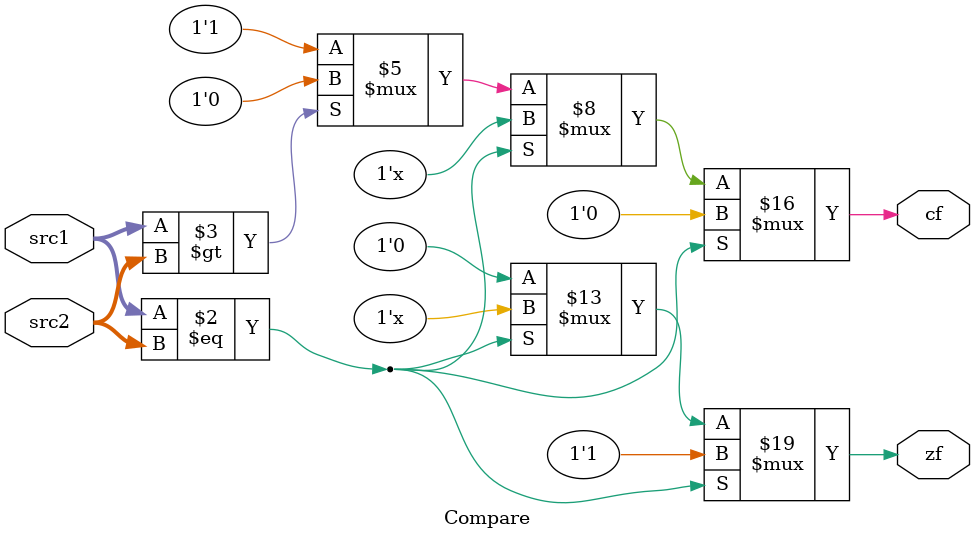
<source format=v>
`timescale 1ns/1ns
module Compare(
	input [15:0]src1,
	input [15:0]src2,
	output reg cf,
	output reg zf
);

always @(src1, src2) begin

	if(src1 == src2) begin
		zf = 1'b1;
		cf = 1'b0;
		end
	else if(src1 > src2) begin
		zf = 1'b0;
		cf = 1'b0;
		end
	else begin
		zf = 1'b0;
		cf = 1'b1;
		end
end
endmodule
</source>
